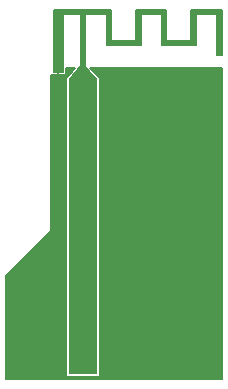
<source format=gtl>
%TF.GenerationSoftware,KiCad,Pcbnew,4.0.5*%
%TF.CreationDate,2017-02-24T13:12:52-08:00*%
%TF.ProjectId,mifa_01,6D6966615F30312E6B696361645F7063,rev?*%
%TF.FileFunction,Copper,L1,Top,Signal*%
%FSLAX46Y46*%
G04 Gerber Fmt 4.6, Leading zero omitted, Abs format (unit mm)*
G04 Created by KiCad (PCBNEW 4.0.5) date 02/24/17 13:12:52*
%MOMM*%
%LPD*%
G01*
G04 APERTURE LIST*
%ADD10C,0.020000*%
%ADD11R,2.290000X5.080000*%
%ADD12R,2.420000X5.080000*%
%ADD13C,0.970000*%
%ADD14R,0.460000X0.890000*%
%ADD15C,0.304800*%
%ADD16C,0.127000*%
G04 APERTURE END LIST*
D10*
D11*
X150876000Y-123132000D03*
D12*
X146496000Y-123132000D03*
X155256000Y-123132000D03*
D13*
X146496000Y-119692000D03*
X155256000Y-119692000D03*
D14*
X146496000Y-120142000D03*
X155256000Y-120142000D03*
D15*
X148780500Y-99961700D03*
D16*
X153276300Y-94869000D02*
X148399500Y-94869000D01*
X157949900Y-94869000D02*
X155384500Y-94869000D01*
X162623500Y-94869000D02*
X160058100Y-94869000D01*
X153276300Y-94945200D02*
X148399500Y-94945200D01*
X157949900Y-94945200D02*
X155384500Y-94945200D01*
X162623500Y-94945200D02*
X160058100Y-94945200D01*
X153276300Y-95021400D02*
X148399500Y-95021400D01*
X157949900Y-95021400D02*
X155384500Y-95021400D01*
X162623500Y-95021400D02*
X160058100Y-95021400D01*
X153276300Y-95097600D02*
X148399500Y-95097600D01*
X157949900Y-95097600D02*
X155384500Y-95097600D01*
X162623500Y-95097600D02*
X160058100Y-95097600D01*
X153276300Y-95173800D02*
X148399500Y-95173800D01*
X157949900Y-95173800D02*
X155384500Y-95173800D01*
X162623500Y-95173800D02*
X160058100Y-95173800D01*
X149225000Y-95250000D02*
X148399500Y-95250000D01*
X151130000Y-95250000D02*
X150622000Y-95250000D01*
X153276300Y-95250000D02*
X152831800Y-95250000D01*
X155829000Y-95250000D02*
X155384500Y-95250000D01*
X157949900Y-95250000D02*
X157505400Y-95250000D01*
X160502600Y-95250000D02*
X160058100Y-95250000D01*
X162623500Y-95250000D02*
X162179000Y-95250000D01*
X149161500Y-95326200D02*
X148399500Y-95326200D01*
X151066500Y-95326200D02*
X150685500Y-95326200D01*
X153276300Y-95326200D02*
X152895300Y-95326200D01*
X155765500Y-95326200D02*
X155384500Y-95326200D01*
X157949900Y-95326200D02*
X157568900Y-95326200D01*
X160439100Y-95326200D02*
X160058100Y-95326200D01*
X162623500Y-95326200D02*
X162242500Y-95326200D01*
X149161500Y-95402400D02*
X148399500Y-95402400D01*
X151066500Y-95402400D02*
X150685500Y-95402400D01*
X153276300Y-95402400D02*
X152895300Y-95402400D01*
X155765500Y-95402400D02*
X155384500Y-95402400D01*
X157949900Y-95402400D02*
X157568900Y-95402400D01*
X160439100Y-95402400D02*
X160058100Y-95402400D01*
X162623500Y-95402400D02*
X162242500Y-95402400D01*
X149161500Y-95478600D02*
X148399500Y-95478600D01*
X151066500Y-95478600D02*
X150685500Y-95478600D01*
X153276300Y-95478600D02*
X152895300Y-95478600D01*
X155765500Y-95478600D02*
X155384500Y-95478600D01*
X157949900Y-95478600D02*
X157568900Y-95478600D01*
X160439100Y-95478600D02*
X160058100Y-95478600D01*
X162623500Y-95478600D02*
X162242500Y-95478600D01*
X149161500Y-95554800D02*
X148399500Y-95554800D01*
X151066500Y-95554800D02*
X150685500Y-95554800D01*
X153276300Y-95554800D02*
X152895300Y-95554800D01*
X155765500Y-95554800D02*
X155384500Y-95554800D01*
X157949900Y-95554800D02*
X157568900Y-95554800D01*
X160439100Y-95554800D02*
X160058100Y-95554800D01*
X162623500Y-95554800D02*
X162242500Y-95554800D01*
X149161500Y-95631000D02*
X148399500Y-95631000D01*
X151066500Y-95631000D02*
X150685500Y-95631000D01*
X153276300Y-95631000D02*
X152895300Y-95631000D01*
X155765500Y-95631000D02*
X155384500Y-95631000D01*
X157949900Y-95631000D02*
X157568900Y-95631000D01*
X160439100Y-95631000D02*
X160058100Y-95631000D01*
X162623500Y-95631000D02*
X162242500Y-95631000D01*
X149161500Y-95707200D02*
X148399500Y-95707200D01*
X151066500Y-95707200D02*
X150685500Y-95707200D01*
X153276300Y-95707200D02*
X152895300Y-95707200D01*
X155765500Y-95707200D02*
X155384500Y-95707200D01*
X157949900Y-95707200D02*
X157568900Y-95707200D01*
X160439100Y-95707200D02*
X160058100Y-95707200D01*
X162623500Y-95707200D02*
X162242500Y-95707200D01*
X149161500Y-95783400D02*
X148399500Y-95783400D01*
X151066500Y-95783400D02*
X150685500Y-95783400D01*
X153276300Y-95783400D02*
X152895300Y-95783400D01*
X155765500Y-95783400D02*
X155384500Y-95783400D01*
X157949900Y-95783400D02*
X157568900Y-95783400D01*
X160439100Y-95783400D02*
X160058100Y-95783400D01*
X162623500Y-95783400D02*
X162242500Y-95783400D01*
X149161500Y-95859600D02*
X148399500Y-95859600D01*
X151066500Y-95859600D02*
X150685500Y-95859600D01*
X153276300Y-95859600D02*
X152895300Y-95859600D01*
X155765500Y-95859600D02*
X155384500Y-95859600D01*
X157949900Y-95859600D02*
X157568900Y-95859600D01*
X160439100Y-95859600D02*
X160058100Y-95859600D01*
X162623500Y-95859600D02*
X162242500Y-95859600D01*
X149161500Y-95935800D02*
X148399500Y-95935800D01*
X151066500Y-95935800D02*
X150685500Y-95935800D01*
X153276300Y-95935800D02*
X152895300Y-95935800D01*
X155765500Y-95935800D02*
X155384500Y-95935800D01*
X157949900Y-95935800D02*
X157568900Y-95935800D01*
X160439100Y-95935800D02*
X160058100Y-95935800D01*
X162623500Y-95935800D02*
X162242500Y-95935800D01*
X149161500Y-96012000D02*
X148399500Y-96012000D01*
X151066500Y-96012000D02*
X150685500Y-96012000D01*
X153276300Y-96012000D02*
X152895300Y-96012000D01*
X155765500Y-96012000D02*
X155384500Y-96012000D01*
X157949900Y-96012000D02*
X157568900Y-96012000D01*
X160439100Y-96012000D02*
X160058100Y-96012000D01*
X162623500Y-96012000D02*
X162242500Y-96012000D01*
X149161500Y-96088200D02*
X148399500Y-96088200D01*
X151066500Y-96088200D02*
X150685500Y-96088200D01*
X153276300Y-96088200D02*
X152895300Y-96088200D01*
X155765500Y-96088200D02*
X155384500Y-96088200D01*
X157949900Y-96088200D02*
X157568900Y-96088200D01*
X160439100Y-96088200D02*
X160058100Y-96088200D01*
X162623500Y-96088200D02*
X162242500Y-96088200D01*
X149161500Y-96164400D02*
X148399500Y-96164400D01*
X151066500Y-96164400D02*
X150685500Y-96164400D01*
X153276300Y-96164400D02*
X152895300Y-96164400D01*
X155765500Y-96164400D02*
X155384500Y-96164400D01*
X157949900Y-96164400D02*
X157568900Y-96164400D01*
X160439100Y-96164400D02*
X160058100Y-96164400D01*
X162623500Y-96164400D02*
X162242500Y-96164400D01*
X149161500Y-96240600D02*
X148399500Y-96240600D01*
X151066500Y-96240600D02*
X150685500Y-96240600D01*
X153276300Y-96240600D02*
X152895300Y-96240600D01*
X155765500Y-96240600D02*
X155384500Y-96240600D01*
X157949900Y-96240600D02*
X157568900Y-96240600D01*
X160439100Y-96240600D02*
X160058100Y-96240600D01*
X162623500Y-96240600D02*
X162242500Y-96240600D01*
X149161500Y-96316800D02*
X148399500Y-96316800D01*
X151066500Y-96316800D02*
X150685500Y-96316800D01*
X153276300Y-96316800D02*
X152895300Y-96316800D01*
X155765500Y-96316800D02*
X155384500Y-96316800D01*
X157949900Y-96316800D02*
X157568900Y-96316800D01*
X160439100Y-96316800D02*
X160058100Y-96316800D01*
X162623500Y-96316800D02*
X162242500Y-96316800D01*
X149161500Y-96393000D02*
X148399500Y-96393000D01*
X151066500Y-96393000D02*
X150685500Y-96393000D01*
X153276300Y-96393000D02*
X152895300Y-96393000D01*
X155765500Y-96393000D02*
X155384500Y-96393000D01*
X157949900Y-96393000D02*
X157568900Y-96393000D01*
X160439100Y-96393000D02*
X160058100Y-96393000D01*
X162623500Y-96393000D02*
X162242500Y-96393000D01*
X149161500Y-96469200D02*
X148399500Y-96469200D01*
X151066500Y-96469200D02*
X150685500Y-96469200D01*
X153276300Y-96469200D02*
X152895300Y-96469200D01*
X155765500Y-96469200D02*
X155384500Y-96469200D01*
X157949900Y-96469200D02*
X157568900Y-96469200D01*
X160439100Y-96469200D02*
X160058100Y-96469200D01*
X162623500Y-96469200D02*
X162242500Y-96469200D01*
X149161500Y-96545400D02*
X148399500Y-96545400D01*
X151066500Y-96545400D02*
X150685500Y-96545400D01*
X153276300Y-96545400D02*
X152895300Y-96545400D01*
X155765500Y-96545400D02*
X155384500Y-96545400D01*
X157949900Y-96545400D02*
X157568900Y-96545400D01*
X160439100Y-96545400D02*
X160058100Y-96545400D01*
X162623500Y-96545400D02*
X162242500Y-96545400D01*
X149161500Y-96621600D02*
X148399500Y-96621600D01*
X151066500Y-96621600D02*
X150685500Y-96621600D01*
X153276300Y-96621600D02*
X152895300Y-96621600D01*
X155765500Y-96621600D02*
X155384500Y-96621600D01*
X157949900Y-96621600D02*
X157568900Y-96621600D01*
X160439100Y-96621600D02*
X160058100Y-96621600D01*
X162623500Y-96621600D02*
X162242500Y-96621600D01*
X149161500Y-96697800D02*
X148399500Y-96697800D01*
X151066500Y-96697800D02*
X150685500Y-96697800D01*
X153276300Y-96697800D02*
X152895300Y-96697800D01*
X155765500Y-96697800D02*
X155384500Y-96697800D01*
X157949900Y-96697800D02*
X157568900Y-96697800D01*
X160439100Y-96697800D02*
X160058100Y-96697800D01*
X162623500Y-96697800D02*
X162242500Y-96697800D01*
X149161500Y-96774000D02*
X148399500Y-96774000D01*
X151066500Y-96774000D02*
X150685500Y-96774000D01*
X153276300Y-96774000D02*
X152895300Y-96774000D01*
X155765500Y-96774000D02*
X155384500Y-96774000D01*
X157949900Y-96774000D02*
X157568900Y-96774000D01*
X160439100Y-96774000D02*
X160058100Y-96774000D01*
X162623500Y-96774000D02*
X162242500Y-96774000D01*
X149161500Y-96850200D02*
X148399500Y-96850200D01*
X151066500Y-96850200D02*
X150685500Y-96850200D01*
X153276300Y-96850200D02*
X152895300Y-96850200D01*
X155765500Y-96850200D02*
X155384500Y-96850200D01*
X157949900Y-96850200D02*
X157568900Y-96850200D01*
X160439100Y-96850200D02*
X160058100Y-96850200D01*
X162623500Y-96850200D02*
X162242500Y-96850200D01*
X149161500Y-96926400D02*
X148399500Y-96926400D01*
X151066500Y-96926400D02*
X150685500Y-96926400D01*
X153276300Y-96926400D02*
X152895300Y-96926400D01*
X155765500Y-96926400D02*
X155384500Y-96926400D01*
X157949900Y-96926400D02*
X157568900Y-96926400D01*
X160439100Y-96926400D02*
X160058100Y-96926400D01*
X162623500Y-96926400D02*
X162242500Y-96926400D01*
X149161500Y-97002600D02*
X148399500Y-97002600D01*
X151066500Y-97002600D02*
X150685500Y-97002600D01*
X153276300Y-97002600D02*
X152895300Y-97002600D01*
X155765500Y-97002600D02*
X155384500Y-97002600D01*
X157949900Y-97002600D02*
X157568900Y-97002600D01*
X160439100Y-97002600D02*
X160058100Y-97002600D01*
X162623500Y-97002600D02*
X162242500Y-97002600D01*
X149161500Y-97078800D02*
X148399500Y-97078800D01*
X151066500Y-97078800D02*
X150685500Y-97078800D01*
X153276300Y-97078800D02*
X152895300Y-97078800D01*
X155765500Y-97078800D02*
X155384500Y-97078800D01*
X157949900Y-97078800D02*
X157568900Y-97078800D01*
X160439100Y-97078800D02*
X160058100Y-97078800D01*
X162623500Y-97078800D02*
X162242500Y-97078800D01*
X149161500Y-97155000D02*
X148399500Y-97155000D01*
X151066500Y-97155000D02*
X150685500Y-97155000D01*
X153276300Y-97155000D02*
X152895300Y-97155000D01*
X155765500Y-97155000D02*
X155384500Y-97155000D01*
X157949900Y-97155000D02*
X157568900Y-97155000D01*
X160439100Y-97155000D02*
X160058100Y-97155000D01*
X162623500Y-97155000D02*
X162242500Y-97155000D01*
X149161500Y-97231200D02*
X148399500Y-97231200D01*
X151066500Y-97231200D02*
X150685500Y-97231200D01*
X153276300Y-97231200D02*
X152895300Y-97231200D01*
X155765500Y-97231200D02*
X155384500Y-97231200D01*
X157949900Y-97231200D02*
X157568900Y-97231200D01*
X160439100Y-97231200D02*
X160058100Y-97231200D01*
X162623500Y-97231200D02*
X162242500Y-97231200D01*
X149161500Y-97307400D02*
X148399500Y-97307400D01*
X151066500Y-97307400D02*
X150685500Y-97307400D01*
X153276300Y-97307400D02*
X152895300Y-97307400D01*
X155765500Y-97307400D02*
X155384500Y-97307400D01*
X157949900Y-97307400D02*
X157568900Y-97307400D01*
X160439100Y-97307400D02*
X160058100Y-97307400D01*
X162623500Y-97307400D02*
X162242500Y-97307400D01*
X149161500Y-97383600D02*
X148399500Y-97383600D01*
X151066500Y-97383600D02*
X150685500Y-97383600D01*
X153276300Y-97383600D02*
X152895300Y-97383600D01*
X155765500Y-97383600D02*
X155384500Y-97383600D01*
X157949900Y-97383600D02*
X157568900Y-97383600D01*
X160439100Y-97383600D02*
X160058100Y-97383600D01*
X162623500Y-97383600D02*
X162242500Y-97383600D01*
X149161500Y-97459800D02*
X148399500Y-97459800D01*
X151066500Y-97459800D02*
X150685500Y-97459800D01*
X153278871Y-97459800D02*
X152895300Y-97459800D01*
X155765500Y-97459800D02*
X155382110Y-97459800D01*
X157952471Y-97459800D02*
X157568900Y-97459800D01*
X160439100Y-97459800D02*
X160055710Y-97459800D01*
X162623500Y-97459800D02*
X162242500Y-97459800D01*
X149161500Y-97536000D02*
X148399500Y-97536000D01*
X151066500Y-97536000D02*
X150685500Y-97536000D01*
X155765500Y-97536000D02*
X152895300Y-97536000D01*
X160439100Y-97536000D02*
X157568900Y-97536000D01*
X162623500Y-97536000D02*
X162242500Y-97536000D01*
X149161500Y-97612200D02*
X148399500Y-97612200D01*
X151066500Y-97612200D02*
X150685500Y-97612200D01*
X155765500Y-97612200D02*
X152895300Y-97612200D01*
X160439100Y-97612200D02*
X157568900Y-97612200D01*
X162623500Y-97612200D02*
X162242500Y-97612200D01*
X149161500Y-97688400D02*
X148399500Y-97688400D01*
X151066500Y-97688400D02*
X150685500Y-97688400D01*
X155765500Y-97688400D02*
X152895300Y-97688400D01*
X160439100Y-97688400D02*
X157568900Y-97688400D01*
X162623500Y-97688400D02*
X162242500Y-97688400D01*
X149161500Y-97764600D02*
X148399500Y-97764600D01*
X151066500Y-97764600D02*
X150685500Y-97764600D01*
X155765500Y-97764600D02*
X152895300Y-97764600D01*
X160439100Y-97764600D02*
X157568900Y-97764600D01*
X162623500Y-97764600D02*
X162242500Y-97764600D01*
X149161500Y-97840800D02*
X148399500Y-97840800D01*
X151066500Y-97840800D02*
X150685500Y-97840800D01*
X155765500Y-97840800D02*
X152895300Y-97840800D01*
X160439100Y-97840800D02*
X157568900Y-97840800D01*
X162623500Y-97840800D02*
X162242500Y-97840800D01*
X149161500Y-97917000D02*
X148399500Y-97917000D01*
X151066500Y-97917000D02*
X150685500Y-97917000D01*
X162623500Y-97917000D02*
X162242500Y-97917000D01*
X149161500Y-97993200D02*
X148399500Y-97993200D01*
X151066500Y-97993200D02*
X150685500Y-97993200D01*
X162623500Y-97993200D02*
X162242500Y-97993200D01*
X149161500Y-98069400D02*
X148399500Y-98069400D01*
X151066500Y-98069400D02*
X150685500Y-98069400D01*
X162623500Y-98069400D02*
X162242500Y-98069400D01*
X149161500Y-98145600D02*
X148399500Y-98145600D01*
X151066500Y-98145600D02*
X150685500Y-98145600D01*
X162623500Y-98145600D02*
X162242500Y-98145600D01*
X149161500Y-98221800D02*
X148399500Y-98221800D01*
X151066500Y-98221800D02*
X150685500Y-98221800D01*
X162623500Y-98221800D02*
X162242500Y-98221800D01*
X149161500Y-98298000D02*
X148399500Y-98298000D01*
X151066500Y-98298000D02*
X150685500Y-98298000D01*
X162623500Y-98298000D02*
X162242500Y-98298000D01*
X149161500Y-98374200D02*
X148399500Y-98374200D01*
X151066500Y-98374200D02*
X150685500Y-98374200D01*
X162623500Y-98374200D02*
X162242500Y-98374200D01*
X149161500Y-98450400D02*
X148399500Y-98450400D01*
X151066500Y-98450400D02*
X150685500Y-98450400D01*
X162623500Y-98450400D02*
X162242500Y-98450400D01*
X149161500Y-98526600D02*
X148399500Y-98526600D01*
X151066500Y-98526600D02*
X150685500Y-98526600D01*
X162623500Y-98526600D02*
X162242500Y-98526600D01*
X149161500Y-98602800D02*
X148399500Y-98602800D01*
X151066500Y-98602800D02*
X150685500Y-98602800D01*
X162623500Y-98602800D02*
X162242500Y-98602800D01*
X149161500Y-98679000D02*
X148399500Y-98679000D01*
X151066500Y-98679000D02*
X150685500Y-98679000D01*
X149161500Y-98755200D02*
X148399500Y-98755200D01*
X151066500Y-98755200D02*
X150685500Y-98755200D01*
X149161500Y-98831400D02*
X148399500Y-98831400D01*
X151066500Y-98831400D02*
X150685500Y-98831400D01*
X149161500Y-98907600D02*
X148399500Y-98907600D01*
X151066500Y-98907600D02*
X150685500Y-98907600D01*
X149161500Y-98983800D02*
X148399500Y-98983800D01*
X151066500Y-98983800D02*
X150685500Y-98983800D01*
X149161500Y-99060000D02*
X148399500Y-99060000D01*
X151066500Y-99060000D02*
X150685500Y-99060000D01*
X149161500Y-99136200D02*
X148399500Y-99136200D01*
X151066500Y-99136200D02*
X150685500Y-99136200D01*
X149161500Y-99212400D02*
X148399500Y-99212400D01*
X151066500Y-99212400D02*
X150685500Y-99212400D01*
X149161500Y-99288600D02*
X148399500Y-99288600D01*
X151066500Y-99288600D02*
X150685500Y-99288600D01*
X149161500Y-99364800D02*
X148399500Y-99364800D01*
X151066500Y-99364800D02*
X150685500Y-99364800D01*
X149161500Y-99441000D02*
X148399500Y-99441000D01*
X151066500Y-99441000D02*
X150685500Y-99441000D01*
X149161500Y-99517200D02*
X148399500Y-99517200D01*
X151066500Y-99517200D02*
X150685500Y-99517200D01*
X149161500Y-99593400D02*
X148399500Y-99593400D01*
X151066500Y-99593400D02*
X150685500Y-99593400D01*
X149161500Y-99669600D02*
X148399500Y-99669600D01*
X151066500Y-99669600D02*
X150685500Y-99669600D01*
X149161500Y-99745800D02*
X148399500Y-99745800D01*
X151079886Y-99745800D02*
X150671911Y-99745800D01*
X149161500Y-99822000D02*
X148399500Y-99822000D01*
X150183611Y-99822000D02*
X149415500Y-99822000D01*
X151145635Y-99822000D02*
X150606364Y-99822000D01*
X162626040Y-99822000D02*
X151568390Y-99822000D01*
X149161500Y-99898200D02*
X148399500Y-99898200D01*
X150116936Y-99898200D02*
X149415500Y-99898200D01*
X151212310Y-99898200D02*
X150539689Y-99898200D01*
X162626040Y-99898200D02*
X151635065Y-99898200D01*
X149161500Y-99974400D02*
X148399500Y-99974400D01*
X150050261Y-99974400D02*
X149415500Y-99974400D01*
X151278985Y-99974400D02*
X150473014Y-99974400D01*
X162626040Y-99974400D02*
X151701740Y-99974400D01*
X149161500Y-100050600D02*
X148399500Y-100050600D01*
X149983586Y-100050600D02*
X149415500Y-100050600D01*
X151345660Y-100050600D02*
X150406339Y-100050600D01*
X162626040Y-100050600D02*
X151768415Y-100050600D01*
X149161500Y-100126800D02*
X148399500Y-100126800D01*
X149916911Y-100126800D02*
X149415500Y-100126800D01*
X151412335Y-100126800D02*
X150339664Y-100126800D01*
X162626040Y-100126800D02*
X151835090Y-100126800D01*
X148795590Y-100203000D02*
X148765229Y-100203000D01*
X149850236Y-100203000D02*
X149415500Y-100203000D01*
X151479010Y-100203000D02*
X150272989Y-100203000D01*
X162626040Y-100203000D02*
X151901765Y-100203000D01*
X148793200Y-100279200D02*
X148767800Y-100279200D01*
X149783561Y-100279200D02*
X149415500Y-100279200D01*
X151545685Y-100279200D02*
X150206314Y-100279200D01*
X162626040Y-100279200D02*
X151968440Y-100279200D01*
X148795771Y-100355400D02*
X148765410Y-100355400D01*
X149716886Y-100355400D02*
X149413110Y-100355400D01*
X151612360Y-100355400D02*
X150139639Y-100355400D01*
X162626040Y-100355400D02*
X152035115Y-100355400D01*
X149650211Y-100431600D02*
X148195500Y-100431600D01*
X151679035Y-100431600D02*
X150072964Y-100431600D01*
X162626040Y-100431600D02*
X152101790Y-100431600D01*
X149583536Y-100507800D02*
X148195500Y-100507800D01*
X151745710Y-100507800D02*
X150006289Y-100507800D01*
X162626040Y-100507800D02*
X152168465Y-100507800D01*
X149516861Y-100584000D02*
X148195500Y-100584000D01*
X151812385Y-100584000D02*
X149939614Y-100584000D01*
X162626040Y-100584000D02*
X152235140Y-100584000D01*
X149450186Y-100660200D02*
X148195500Y-100660200D01*
X151879060Y-100660200D02*
X149872939Y-100660200D01*
X162626040Y-100660200D02*
X152301815Y-100660200D01*
X149415500Y-100736400D02*
X148195500Y-100736400D01*
X151945735Y-100736400D02*
X149806264Y-100736400D01*
X162626040Y-100736400D02*
X152336500Y-100736400D01*
X149415500Y-100812600D02*
X148195500Y-100812600D01*
X151955500Y-100812600D02*
X149796500Y-100812600D01*
X162626040Y-100812600D02*
X152336500Y-100812600D01*
X149415500Y-100888800D02*
X148195500Y-100888800D01*
X151955500Y-100888800D02*
X149796500Y-100888800D01*
X162626040Y-100888800D02*
X152336500Y-100888800D01*
X149415500Y-100965000D02*
X148195500Y-100965000D01*
X151955500Y-100965000D02*
X149796500Y-100965000D01*
X162626040Y-100965000D02*
X152336500Y-100965000D01*
X149415500Y-101041200D02*
X148195500Y-101041200D01*
X151955500Y-101041200D02*
X149796500Y-101041200D01*
X162626040Y-101041200D02*
X152336500Y-101041200D01*
X149415500Y-101117400D02*
X148195500Y-101117400D01*
X151955500Y-101117400D02*
X149796500Y-101117400D01*
X162626040Y-101117400D02*
X152336500Y-101117400D01*
X149415500Y-101193600D02*
X148195500Y-101193600D01*
X151955500Y-101193600D02*
X149796500Y-101193600D01*
X162626040Y-101193600D02*
X152336500Y-101193600D01*
X149415500Y-101269800D02*
X148195500Y-101269800D01*
X151955500Y-101269800D02*
X149796500Y-101269800D01*
X162626040Y-101269800D02*
X152336500Y-101269800D01*
X149415500Y-101346000D02*
X148195500Y-101346000D01*
X151955500Y-101346000D02*
X149796500Y-101346000D01*
X162626040Y-101346000D02*
X152336500Y-101346000D01*
X149415500Y-101422200D02*
X148195500Y-101422200D01*
X151955500Y-101422200D02*
X149796500Y-101422200D01*
X162626040Y-101422200D02*
X152336500Y-101422200D01*
X149415500Y-101498400D02*
X148195500Y-101498400D01*
X151955500Y-101498400D02*
X149796500Y-101498400D01*
X162626040Y-101498400D02*
X152336500Y-101498400D01*
X149415500Y-101574600D02*
X148195500Y-101574600D01*
X151955500Y-101574600D02*
X149796500Y-101574600D01*
X162626040Y-101574600D02*
X152336500Y-101574600D01*
X149415500Y-101650800D02*
X148195500Y-101650800D01*
X151955500Y-101650800D02*
X149796500Y-101650800D01*
X162626040Y-101650800D02*
X152336500Y-101650800D01*
X149415500Y-101727000D02*
X148195500Y-101727000D01*
X151955500Y-101727000D02*
X149796500Y-101727000D01*
X162626040Y-101727000D02*
X152336500Y-101727000D01*
X149415500Y-101803200D02*
X148195500Y-101803200D01*
X151955500Y-101803200D02*
X149796500Y-101803200D01*
X162626040Y-101803200D02*
X152336500Y-101803200D01*
X149415500Y-101879400D02*
X148195500Y-101879400D01*
X151955500Y-101879400D02*
X149796500Y-101879400D01*
X162626040Y-101879400D02*
X152336500Y-101879400D01*
X149415500Y-101955600D02*
X148195500Y-101955600D01*
X151955500Y-101955600D02*
X149796500Y-101955600D01*
X162626040Y-101955600D02*
X152336500Y-101955600D01*
X149415500Y-102031800D02*
X148195500Y-102031800D01*
X151955500Y-102031800D02*
X149796500Y-102031800D01*
X162626040Y-102031800D02*
X152336500Y-102031800D01*
X149415500Y-102108000D02*
X148195500Y-102108000D01*
X151955500Y-102108000D02*
X149796500Y-102108000D01*
X162626040Y-102108000D02*
X152336500Y-102108000D01*
X149415500Y-102184200D02*
X148195500Y-102184200D01*
X151955500Y-102184200D02*
X149796500Y-102184200D01*
X162626040Y-102184200D02*
X152336500Y-102184200D01*
X149415500Y-102260400D02*
X148195500Y-102260400D01*
X151955500Y-102260400D02*
X149796500Y-102260400D01*
X162626040Y-102260400D02*
X152336500Y-102260400D01*
X149415500Y-102336600D02*
X148195500Y-102336600D01*
X151955500Y-102336600D02*
X149796500Y-102336600D01*
X162626040Y-102336600D02*
X152336500Y-102336600D01*
X149415500Y-102412800D02*
X148195500Y-102412800D01*
X151955500Y-102412800D02*
X149796500Y-102412800D01*
X162626040Y-102412800D02*
X152336500Y-102412800D01*
X149415500Y-102489000D02*
X148195500Y-102489000D01*
X151955500Y-102489000D02*
X149796500Y-102489000D01*
X162626040Y-102489000D02*
X152336500Y-102489000D01*
X149415500Y-102565200D02*
X148195500Y-102565200D01*
X151955500Y-102565200D02*
X149796500Y-102565200D01*
X162626040Y-102565200D02*
X152336500Y-102565200D01*
X149415500Y-102641400D02*
X148195500Y-102641400D01*
X151955500Y-102641400D02*
X149796500Y-102641400D01*
X162626040Y-102641400D02*
X152336500Y-102641400D01*
X149415500Y-102717600D02*
X148195500Y-102717600D01*
X151955500Y-102717600D02*
X149796500Y-102717600D01*
X162626040Y-102717600D02*
X152336500Y-102717600D01*
X149415500Y-102793800D02*
X148195500Y-102793800D01*
X151955500Y-102793800D02*
X149796500Y-102793800D01*
X162626040Y-102793800D02*
X152336500Y-102793800D01*
X149415500Y-102870000D02*
X148195500Y-102870000D01*
X151955500Y-102870000D02*
X149796500Y-102870000D01*
X162626040Y-102870000D02*
X152336500Y-102870000D01*
X149415500Y-102946200D02*
X148195500Y-102946200D01*
X151955500Y-102946200D02*
X149796500Y-102946200D01*
X162626040Y-102946200D02*
X152336500Y-102946200D01*
X149415500Y-103022400D02*
X148195500Y-103022400D01*
X151955500Y-103022400D02*
X149796500Y-103022400D01*
X162626040Y-103022400D02*
X152336500Y-103022400D01*
X149415500Y-103098600D02*
X148195500Y-103098600D01*
X151955500Y-103098600D02*
X149796500Y-103098600D01*
X162626040Y-103098600D02*
X152336500Y-103098600D01*
X149415500Y-103174800D02*
X148195500Y-103174800D01*
X151955500Y-103174800D02*
X149796500Y-103174800D01*
X162626040Y-103174800D02*
X152336500Y-103174800D01*
X149415500Y-103251000D02*
X148195500Y-103251000D01*
X151955500Y-103251000D02*
X149796500Y-103251000D01*
X162626040Y-103251000D02*
X152336500Y-103251000D01*
X149415500Y-103327200D02*
X148195500Y-103327200D01*
X151955500Y-103327200D02*
X149796500Y-103327200D01*
X162626040Y-103327200D02*
X152336500Y-103327200D01*
X149415500Y-103403400D02*
X148195500Y-103403400D01*
X151955500Y-103403400D02*
X149796500Y-103403400D01*
X162626040Y-103403400D02*
X152336500Y-103403400D01*
X149415500Y-103479600D02*
X148195500Y-103479600D01*
X151955500Y-103479600D02*
X149796500Y-103479600D01*
X162626040Y-103479600D02*
X152336500Y-103479600D01*
X149415500Y-103555800D02*
X148195500Y-103555800D01*
X151955500Y-103555800D02*
X149796500Y-103555800D01*
X162626040Y-103555800D02*
X152336500Y-103555800D01*
X149415500Y-103632000D02*
X148195500Y-103632000D01*
X151955500Y-103632000D02*
X149796500Y-103632000D01*
X162626040Y-103632000D02*
X152336500Y-103632000D01*
X149415500Y-103708200D02*
X148195500Y-103708200D01*
X151955500Y-103708200D02*
X149796500Y-103708200D01*
X162626040Y-103708200D02*
X152336500Y-103708200D01*
X149415500Y-103784400D02*
X148195500Y-103784400D01*
X151955500Y-103784400D02*
X149796500Y-103784400D01*
X162626040Y-103784400D02*
X152336500Y-103784400D01*
X149415500Y-103860600D02*
X148195500Y-103860600D01*
X151955500Y-103860600D02*
X149796500Y-103860600D01*
X162626040Y-103860600D02*
X152336500Y-103860600D01*
X149415500Y-103936800D02*
X148195500Y-103936800D01*
X151955500Y-103936800D02*
X149796500Y-103936800D01*
X162626040Y-103936800D02*
X152336500Y-103936800D01*
X149415500Y-104013000D02*
X148195500Y-104013000D01*
X151955500Y-104013000D02*
X149796500Y-104013000D01*
X162626040Y-104013000D02*
X152336500Y-104013000D01*
X149415500Y-104089200D02*
X148195500Y-104089200D01*
X151955500Y-104089200D02*
X149796500Y-104089200D01*
X162626040Y-104089200D02*
X152336500Y-104089200D01*
X149415500Y-104165400D02*
X148195500Y-104165400D01*
X151955500Y-104165400D02*
X149796500Y-104165400D01*
X162626040Y-104165400D02*
X152336500Y-104165400D01*
X149415500Y-104241600D02*
X148195500Y-104241600D01*
X151955500Y-104241600D02*
X149796500Y-104241600D01*
X162626040Y-104241600D02*
X152336500Y-104241600D01*
X149415500Y-104317800D02*
X148195500Y-104317800D01*
X151955500Y-104317800D02*
X149796500Y-104317800D01*
X162626040Y-104317800D02*
X152336500Y-104317800D01*
X149415500Y-104394000D02*
X148195500Y-104394000D01*
X151955500Y-104394000D02*
X149796500Y-104394000D01*
X162626040Y-104394000D02*
X152336500Y-104394000D01*
X149415500Y-104470200D02*
X148195500Y-104470200D01*
X151955500Y-104470200D02*
X149796500Y-104470200D01*
X162626040Y-104470200D02*
X152336500Y-104470200D01*
X149415500Y-104546400D02*
X148195500Y-104546400D01*
X151955500Y-104546400D02*
X149796500Y-104546400D01*
X162626040Y-104546400D02*
X152336500Y-104546400D01*
X149415500Y-104622600D02*
X148195500Y-104622600D01*
X151955500Y-104622600D02*
X149796500Y-104622600D01*
X162626040Y-104622600D02*
X152336500Y-104622600D01*
X149415500Y-104698800D02*
X148195500Y-104698800D01*
X151955500Y-104698800D02*
X149796500Y-104698800D01*
X162626040Y-104698800D02*
X152336500Y-104698800D01*
X149415500Y-104775000D02*
X148195500Y-104775000D01*
X151955500Y-104775000D02*
X149796500Y-104775000D01*
X162626040Y-104775000D02*
X152336500Y-104775000D01*
X149415500Y-104851200D02*
X148195500Y-104851200D01*
X151955500Y-104851200D02*
X149796500Y-104851200D01*
X162626040Y-104851200D02*
X152336500Y-104851200D01*
X149415500Y-104927400D02*
X148195500Y-104927400D01*
X151955500Y-104927400D02*
X149796500Y-104927400D01*
X162626040Y-104927400D02*
X152336500Y-104927400D01*
X149415500Y-105003600D02*
X148195500Y-105003600D01*
X151955500Y-105003600D02*
X149796500Y-105003600D01*
X162626040Y-105003600D02*
X152336500Y-105003600D01*
X149415500Y-105079800D02*
X148195500Y-105079800D01*
X151955500Y-105079800D02*
X149796500Y-105079800D01*
X162626040Y-105079800D02*
X152336500Y-105079800D01*
X149415500Y-105156000D02*
X148195500Y-105156000D01*
X151955500Y-105156000D02*
X149796500Y-105156000D01*
X162626040Y-105156000D02*
X152336500Y-105156000D01*
X149415500Y-105232200D02*
X148195500Y-105232200D01*
X151955500Y-105232200D02*
X149796500Y-105232200D01*
X162626040Y-105232200D02*
X152336500Y-105232200D01*
X149415500Y-105308400D02*
X148195500Y-105308400D01*
X151955500Y-105308400D02*
X149796500Y-105308400D01*
X162626040Y-105308400D02*
X152336500Y-105308400D01*
X149415500Y-105384600D02*
X148195500Y-105384600D01*
X151955500Y-105384600D02*
X149796500Y-105384600D01*
X162626040Y-105384600D02*
X152336500Y-105384600D01*
X149415500Y-105460800D02*
X148195500Y-105460800D01*
X151955500Y-105460800D02*
X149796500Y-105460800D01*
X162626040Y-105460800D02*
X152336500Y-105460800D01*
X149415500Y-105537000D02*
X148195500Y-105537000D01*
X151955500Y-105537000D02*
X149796500Y-105537000D01*
X162626040Y-105537000D02*
X152336500Y-105537000D01*
X149415500Y-105613200D02*
X148195500Y-105613200D01*
X151955500Y-105613200D02*
X149796500Y-105613200D01*
X162626040Y-105613200D02*
X152336500Y-105613200D01*
X149415500Y-105689400D02*
X148195500Y-105689400D01*
X151955500Y-105689400D02*
X149796500Y-105689400D01*
X162626040Y-105689400D02*
X152336500Y-105689400D01*
X149415500Y-105765600D02*
X148195500Y-105765600D01*
X151955500Y-105765600D02*
X149796500Y-105765600D01*
X162626040Y-105765600D02*
X152336500Y-105765600D01*
X149415500Y-105841800D02*
X148195500Y-105841800D01*
X151955500Y-105841800D02*
X149796500Y-105841800D01*
X162626040Y-105841800D02*
X152336500Y-105841800D01*
X149415500Y-105918000D02*
X148195500Y-105918000D01*
X151955500Y-105918000D02*
X149796500Y-105918000D01*
X162626040Y-105918000D02*
X152336500Y-105918000D01*
X149415500Y-105994200D02*
X148195500Y-105994200D01*
X151955500Y-105994200D02*
X149796500Y-105994200D01*
X162626040Y-105994200D02*
X152336500Y-105994200D01*
X149415500Y-106070400D02*
X148195500Y-106070400D01*
X151955500Y-106070400D02*
X149796500Y-106070400D01*
X162626040Y-106070400D02*
X152336500Y-106070400D01*
X149415500Y-106146600D02*
X148195500Y-106146600D01*
X151955500Y-106146600D02*
X149796500Y-106146600D01*
X162626040Y-106146600D02*
X152336500Y-106146600D01*
X149415500Y-106222800D02*
X148195500Y-106222800D01*
X151955500Y-106222800D02*
X149796500Y-106222800D01*
X162626040Y-106222800D02*
X152336500Y-106222800D01*
X149415500Y-106299000D02*
X148195500Y-106299000D01*
X151955500Y-106299000D02*
X149796500Y-106299000D01*
X162626040Y-106299000D02*
X152336500Y-106299000D01*
X149415500Y-106375200D02*
X148195500Y-106375200D01*
X151955500Y-106375200D02*
X149796500Y-106375200D01*
X162626040Y-106375200D02*
X152336500Y-106375200D01*
X149415500Y-106451400D02*
X148195500Y-106451400D01*
X151955500Y-106451400D02*
X149796500Y-106451400D01*
X162626040Y-106451400D02*
X152336500Y-106451400D01*
X149415500Y-106527600D02*
X148195500Y-106527600D01*
X151955500Y-106527600D02*
X149796500Y-106527600D01*
X162626040Y-106527600D02*
X152336500Y-106527600D01*
X149415500Y-106603800D02*
X148195500Y-106603800D01*
X151955500Y-106603800D02*
X149796500Y-106603800D01*
X162626040Y-106603800D02*
X152336500Y-106603800D01*
X149415500Y-106680000D02*
X148195500Y-106680000D01*
X151955500Y-106680000D02*
X149796500Y-106680000D01*
X162626040Y-106680000D02*
X152336500Y-106680000D01*
X149415500Y-106756200D02*
X148195500Y-106756200D01*
X151955500Y-106756200D02*
X149796500Y-106756200D01*
X162626040Y-106756200D02*
X152336500Y-106756200D01*
X149415500Y-106832400D02*
X148195500Y-106832400D01*
X151955500Y-106832400D02*
X149796500Y-106832400D01*
X162626040Y-106832400D02*
X152336500Y-106832400D01*
X149415500Y-106908600D02*
X148195500Y-106908600D01*
X151955500Y-106908600D02*
X149796500Y-106908600D01*
X162626040Y-106908600D02*
X152336500Y-106908600D01*
X149415500Y-106984800D02*
X148195500Y-106984800D01*
X151955500Y-106984800D02*
X149796500Y-106984800D01*
X162626040Y-106984800D02*
X152336500Y-106984800D01*
X149415500Y-107061000D02*
X148195500Y-107061000D01*
X151955500Y-107061000D02*
X149796500Y-107061000D01*
X162626040Y-107061000D02*
X152336500Y-107061000D01*
X149415500Y-107137200D02*
X148195500Y-107137200D01*
X151955500Y-107137200D02*
X149796500Y-107137200D01*
X162626040Y-107137200D02*
X152336500Y-107137200D01*
X149415500Y-107213400D02*
X148195500Y-107213400D01*
X151955500Y-107213400D02*
X149796500Y-107213400D01*
X162626040Y-107213400D02*
X152336500Y-107213400D01*
X149415500Y-107289600D02*
X148195500Y-107289600D01*
X151955500Y-107289600D02*
X149796500Y-107289600D01*
X162626040Y-107289600D02*
X152336500Y-107289600D01*
X149415500Y-107365800D02*
X148195500Y-107365800D01*
X151955500Y-107365800D02*
X149796500Y-107365800D01*
X162626040Y-107365800D02*
X152336500Y-107365800D01*
X149415500Y-107442000D02*
X148195500Y-107442000D01*
X151955500Y-107442000D02*
X149796500Y-107442000D01*
X162626040Y-107442000D02*
X152336500Y-107442000D01*
X149415500Y-107518200D02*
X148195500Y-107518200D01*
X151955500Y-107518200D02*
X149796500Y-107518200D01*
X162626040Y-107518200D02*
X152336500Y-107518200D01*
X149415500Y-107594400D02*
X148195500Y-107594400D01*
X151955500Y-107594400D02*
X149796500Y-107594400D01*
X162626040Y-107594400D02*
X152336500Y-107594400D01*
X149415500Y-107670600D02*
X148195500Y-107670600D01*
X151955500Y-107670600D02*
X149796500Y-107670600D01*
X162626040Y-107670600D02*
X152336500Y-107670600D01*
X149415500Y-107746800D02*
X148195500Y-107746800D01*
X151955500Y-107746800D02*
X149796500Y-107746800D01*
X162626040Y-107746800D02*
X152336500Y-107746800D01*
X149415500Y-107823000D02*
X148195500Y-107823000D01*
X151955500Y-107823000D02*
X149796500Y-107823000D01*
X162626040Y-107823000D02*
X152336500Y-107823000D01*
X149415500Y-107899200D02*
X148195500Y-107899200D01*
X151955500Y-107899200D02*
X149796500Y-107899200D01*
X162626040Y-107899200D02*
X152336500Y-107899200D01*
X149415500Y-107975400D02*
X148195500Y-107975400D01*
X151955500Y-107975400D02*
X149796500Y-107975400D01*
X162626040Y-107975400D02*
X152336500Y-107975400D01*
X149415500Y-108051600D02*
X148195500Y-108051600D01*
X151955500Y-108051600D02*
X149796500Y-108051600D01*
X162626040Y-108051600D02*
X152336500Y-108051600D01*
X149415500Y-108127800D02*
X148195500Y-108127800D01*
X151955500Y-108127800D02*
X149796500Y-108127800D01*
X162626040Y-108127800D02*
X152336500Y-108127800D01*
X149415500Y-108204000D02*
X148195500Y-108204000D01*
X151955500Y-108204000D02*
X149796500Y-108204000D01*
X162626040Y-108204000D02*
X152336500Y-108204000D01*
X149415500Y-108280200D02*
X148195500Y-108280200D01*
X151955500Y-108280200D02*
X149796500Y-108280200D01*
X162626040Y-108280200D02*
X152336500Y-108280200D01*
X149415500Y-108356400D02*
X148195500Y-108356400D01*
X151955500Y-108356400D02*
X149796500Y-108356400D01*
X162626040Y-108356400D02*
X152336500Y-108356400D01*
X149415500Y-108432600D02*
X148195500Y-108432600D01*
X151955500Y-108432600D02*
X149796500Y-108432600D01*
X162626040Y-108432600D02*
X152336500Y-108432600D01*
X149415500Y-108508800D02*
X148195500Y-108508800D01*
X151955500Y-108508800D02*
X149796500Y-108508800D01*
X162626040Y-108508800D02*
X152336500Y-108508800D01*
X149415500Y-108585000D02*
X148195500Y-108585000D01*
X151955500Y-108585000D02*
X149796500Y-108585000D01*
X162626040Y-108585000D02*
X152336500Y-108585000D01*
X149415500Y-108661200D02*
X148195500Y-108661200D01*
X151955500Y-108661200D02*
X149796500Y-108661200D01*
X162626040Y-108661200D02*
X152336500Y-108661200D01*
X149415500Y-108737400D02*
X148195500Y-108737400D01*
X151955500Y-108737400D02*
X149796500Y-108737400D01*
X162626040Y-108737400D02*
X152336500Y-108737400D01*
X149415500Y-108813600D02*
X148195500Y-108813600D01*
X151955500Y-108813600D02*
X149796500Y-108813600D01*
X162626040Y-108813600D02*
X152336500Y-108813600D01*
X149415500Y-108889800D02*
X148195500Y-108889800D01*
X151955500Y-108889800D02*
X149796500Y-108889800D01*
X162626040Y-108889800D02*
X152336500Y-108889800D01*
X149415500Y-108966000D02*
X148195500Y-108966000D01*
X151955500Y-108966000D02*
X149796500Y-108966000D01*
X162626040Y-108966000D02*
X152336500Y-108966000D01*
X149415500Y-109042200D02*
X148195500Y-109042200D01*
X151955500Y-109042200D02*
X149796500Y-109042200D01*
X162626040Y-109042200D02*
X152336500Y-109042200D01*
X149415500Y-109118400D02*
X148195500Y-109118400D01*
X151955500Y-109118400D02*
X149796500Y-109118400D01*
X162626040Y-109118400D02*
X152336500Y-109118400D01*
X149415500Y-109194600D02*
X148195500Y-109194600D01*
X151955500Y-109194600D02*
X149796500Y-109194600D01*
X162626040Y-109194600D02*
X152336500Y-109194600D01*
X149415500Y-109270800D02*
X148195500Y-109270800D01*
X151955500Y-109270800D02*
X149796500Y-109270800D01*
X162626040Y-109270800D02*
X152336500Y-109270800D01*
X149415500Y-109347000D02*
X148195500Y-109347000D01*
X151955500Y-109347000D02*
X149796500Y-109347000D01*
X162626040Y-109347000D02*
X152336500Y-109347000D01*
X149415500Y-109423200D02*
X148195500Y-109423200D01*
X151955500Y-109423200D02*
X149796500Y-109423200D01*
X162626040Y-109423200D02*
X152336500Y-109423200D01*
X149415500Y-109499400D02*
X148195500Y-109499400D01*
X151955500Y-109499400D02*
X149796500Y-109499400D01*
X162626040Y-109499400D02*
X152336500Y-109499400D01*
X149415500Y-109575600D02*
X148195500Y-109575600D01*
X151955500Y-109575600D02*
X149796500Y-109575600D01*
X162626040Y-109575600D02*
X152336500Y-109575600D01*
X149415500Y-109651800D02*
X148195500Y-109651800D01*
X151955500Y-109651800D02*
X149796500Y-109651800D01*
X162626040Y-109651800D02*
X152336500Y-109651800D01*
X149415500Y-109728000D02*
X148195500Y-109728000D01*
X151955500Y-109728000D02*
X149796500Y-109728000D01*
X162626040Y-109728000D02*
X152336500Y-109728000D01*
X149415500Y-109804200D02*
X148195500Y-109804200D01*
X151955500Y-109804200D02*
X149796500Y-109804200D01*
X162626040Y-109804200D02*
X152336500Y-109804200D01*
X149415500Y-109880400D02*
X148195500Y-109880400D01*
X151955500Y-109880400D02*
X149796500Y-109880400D01*
X162626040Y-109880400D02*
X152336500Y-109880400D01*
X149415500Y-109956600D02*
X148195500Y-109956600D01*
X151955500Y-109956600D02*
X149796500Y-109956600D01*
X162626040Y-109956600D02*
X152336500Y-109956600D01*
X149415500Y-110032800D02*
X148195500Y-110032800D01*
X151955500Y-110032800D02*
X149796500Y-110032800D01*
X162626040Y-110032800D02*
X152336500Y-110032800D01*
X149415500Y-110109000D02*
X148195500Y-110109000D01*
X151955500Y-110109000D02*
X149796500Y-110109000D01*
X162626040Y-110109000D02*
X152336500Y-110109000D01*
X149415500Y-110185200D02*
X148195500Y-110185200D01*
X151955500Y-110185200D02*
X149796500Y-110185200D01*
X162626040Y-110185200D02*
X152336500Y-110185200D01*
X149415500Y-110261400D02*
X148195500Y-110261400D01*
X151955500Y-110261400D02*
X149796500Y-110261400D01*
X162626040Y-110261400D02*
X152336500Y-110261400D01*
X149415500Y-110337600D02*
X148195500Y-110337600D01*
X151955500Y-110337600D02*
X149796500Y-110337600D01*
X162626040Y-110337600D02*
X152336500Y-110337600D01*
X149415500Y-110413800D02*
X148195500Y-110413800D01*
X151955500Y-110413800D02*
X149796500Y-110413800D01*
X162626040Y-110413800D02*
X152336500Y-110413800D01*
X149415500Y-110490000D02*
X148195500Y-110490000D01*
X151955500Y-110490000D02*
X149796500Y-110490000D01*
X162626040Y-110490000D02*
X152336500Y-110490000D01*
X149415500Y-110566200D02*
X148195500Y-110566200D01*
X151955500Y-110566200D02*
X149796500Y-110566200D01*
X162626040Y-110566200D02*
X152336500Y-110566200D01*
X149415500Y-110642400D02*
X148195500Y-110642400D01*
X151955500Y-110642400D02*
X149796500Y-110642400D01*
X162626040Y-110642400D02*
X152336500Y-110642400D01*
X149415500Y-110718600D02*
X148195500Y-110718600D01*
X151955500Y-110718600D02*
X149796500Y-110718600D01*
X162626040Y-110718600D02*
X152336500Y-110718600D01*
X149415500Y-110794800D02*
X148195500Y-110794800D01*
X151955500Y-110794800D02*
X149796500Y-110794800D01*
X162626040Y-110794800D02*
X152336500Y-110794800D01*
X149415500Y-110871000D02*
X148195500Y-110871000D01*
X151955500Y-110871000D02*
X149796500Y-110871000D01*
X162626040Y-110871000D02*
X152336500Y-110871000D01*
X149415500Y-110947200D02*
X148195500Y-110947200D01*
X151955500Y-110947200D02*
X149796500Y-110947200D01*
X162626040Y-110947200D02*
X152336500Y-110947200D01*
X149415500Y-111023400D02*
X148195500Y-111023400D01*
X151955500Y-111023400D02*
X149796500Y-111023400D01*
X162626040Y-111023400D02*
X152336500Y-111023400D01*
X149415500Y-111099600D02*
X148195500Y-111099600D01*
X151955500Y-111099600D02*
X149796500Y-111099600D01*
X162626040Y-111099600D02*
X152336500Y-111099600D01*
X149415500Y-111175800D02*
X148195500Y-111175800D01*
X151955500Y-111175800D02*
X149796500Y-111175800D01*
X162626040Y-111175800D02*
X152336500Y-111175800D01*
X149415500Y-111252000D02*
X148195500Y-111252000D01*
X151955500Y-111252000D02*
X149796500Y-111252000D01*
X162626040Y-111252000D02*
X152336500Y-111252000D01*
X149415500Y-111328200D02*
X148195500Y-111328200D01*
X151955500Y-111328200D02*
X149796500Y-111328200D01*
X162626040Y-111328200D02*
X152336500Y-111328200D01*
X149415500Y-111404400D02*
X148195500Y-111404400D01*
X151955500Y-111404400D02*
X149796500Y-111404400D01*
X162626040Y-111404400D02*
X152336500Y-111404400D01*
X149415500Y-111480600D02*
X148195500Y-111480600D01*
X151955500Y-111480600D02*
X149796500Y-111480600D01*
X162626040Y-111480600D02*
X152336500Y-111480600D01*
X149415500Y-111556800D02*
X148195500Y-111556800D01*
X151955500Y-111556800D02*
X149796500Y-111556800D01*
X162626040Y-111556800D02*
X152336500Y-111556800D01*
X149415500Y-111633000D02*
X148195500Y-111633000D01*
X151955500Y-111633000D02*
X149796500Y-111633000D01*
X162626040Y-111633000D02*
X152336500Y-111633000D01*
X149415500Y-111709200D02*
X148195500Y-111709200D01*
X151955500Y-111709200D02*
X149796500Y-111709200D01*
X162626040Y-111709200D02*
X152336500Y-111709200D01*
X149415500Y-111785400D02*
X148195500Y-111785400D01*
X151955500Y-111785400D02*
X149796500Y-111785400D01*
X162626040Y-111785400D02*
X152336500Y-111785400D01*
X149415500Y-111861600D02*
X148195500Y-111861600D01*
X151955500Y-111861600D02*
X149796500Y-111861600D01*
X162626040Y-111861600D02*
X152336500Y-111861600D01*
X149415500Y-111937800D02*
X148195500Y-111937800D01*
X151955500Y-111937800D02*
X149796500Y-111937800D01*
X162626040Y-111937800D02*
X152336500Y-111937800D01*
X149415500Y-112014000D02*
X148195500Y-112014000D01*
X151955500Y-112014000D02*
X149796500Y-112014000D01*
X162626040Y-112014000D02*
X152336500Y-112014000D01*
X149415500Y-112090200D02*
X148195500Y-112090200D01*
X151955500Y-112090200D02*
X149796500Y-112090200D01*
X162626040Y-112090200D02*
X152336500Y-112090200D01*
X149415500Y-112166400D02*
X148195500Y-112166400D01*
X151955500Y-112166400D02*
X149796500Y-112166400D01*
X162626040Y-112166400D02*
X152336500Y-112166400D01*
X149415500Y-112242600D02*
X148195500Y-112242600D01*
X151955500Y-112242600D02*
X149796500Y-112242600D01*
X162626040Y-112242600D02*
X152336500Y-112242600D01*
X149415500Y-112318800D02*
X148195500Y-112318800D01*
X151955500Y-112318800D02*
X149796500Y-112318800D01*
X162626040Y-112318800D02*
X152336500Y-112318800D01*
X149415500Y-112395000D02*
X148195500Y-112395000D01*
X151955500Y-112395000D02*
X149796500Y-112395000D01*
X162626040Y-112395000D02*
X152336500Y-112395000D01*
X149415500Y-112471200D02*
X148195500Y-112471200D01*
X151955500Y-112471200D02*
X149796500Y-112471200D01*
X162626040Y-112471200D02*
X152336500Y-112471200D01*
X149415500Y-112547400D02*
X148195500Y-112547400D01*
X151955500Y-112547400D02*
X149796500Y-112547400D01*
X162626040Y-112547400D02*
X152336500Y-112547400D01*
X149415500Y-112623600D02*
X148195500Y-112623600D01*
X151955500Y-112623600D02*
X149796500Y-112623600D01*
X162626040Y-112623600D02*
X152336500Y-112623600D01*
X149415500Y-112699800D02*
X148195500Y-112699800D01*
X151955500Y-112699800D02*
X149796500Y-112699800D01*
X162626040Y-112699800D02*
X152336500Y-112699800D01*
X149415500Y-112776000D02*
X148195500Y-112776000D01*
X151955500Y-112776000D02*
X149796500Y-112776000D01*
X162626040Y-112776000D02*
X152336500Y-112776000D01*
X149415500Y-112852200D02*
X148195500Y-112852200D01*
X151955500Y-112852200D02*
X149796500Y-112852200D01*
X162626040Y-112852200D02*
X152336500Y-112852200D01*
X149415500Y-112928400D02*
X148195500Y-112928400D01*
X151955500Y-112928400D02*
X149796500Y-112928400D01*
X162626040Y-112928400D02*
X152336500Y-112928400D01*
X149415500Y-113004600D02*
X148195500Y-113004600D01*
X151955500Y-113004600D02*
X149796500Y-113004600D01*
X162626040Y-113004600D02*
X152336500Y-113004600D01*
X149415500Y-113080800D02*
X148195500Y-113080800D01*
X151955500Y-113080800D02*
X149796500Y-113080800D01*
X162626040Y-113080800D02*
X152336500Y-113080800D01*
X149415500Y-113157000D02*
X148195500Y-113157000D01*
X151955500Y-113157000D02*
X149796500Y-113157000D01*
X162626040Y-113157000D02*
X152336500Y-113157000D01*
X149415500Y-113233200D02*
X148195500Y-113233200D01*
X151955500Y-113233200D02*
X149796500Y-113233200D01*
X162626040Y-113233200D02*
X152336500Y-113233200D01*
X149415500Y-113309400D02*
X148195500Y-113309400D01*
X151955500Y-113309400D02*
X149796500Y-113309400D01*
X162626040Y-113309400D02*
X152336500Y-113309400D01*
X149415500Y-113385600D02*
X148195500Y-113385600D01*
X151955500Y-113385600D02*
X149796500Y-113385600D01*
X162626040Y-113385600D02*
X152336500Y-113385600D01*
X149415500Y-113461800D02*
X148187922Y-113461800D01*
X151955500Y-113461800D02*
X149796500Y-113461800D01*
X162626040Y-113461800D02*
X152336500Y-113461800D01*
X149415500Y-113538000D02*
X148172764Y-113538000D01*
X151955500Y-113538000D02*
X149796500Y-113538000D01*
X162626040Y-113538000D02*
X152336500Y-113538000D01*
X149415500Y-113614200D02*
X148134208Y-113614200D01*
X151955500Y-113614200D02*
X149796500Y-113614200D01*
X162626040Y-113614200D02*
X152336500Y-113614200D01*
X149415500Y-113690400D02*
X148081024Y-113690400D01*
X151955500Y-113690400D02*
X149796500Y-113690400D01*
X162626040Y-113690400D02*
X152336500Y-113690400D01*
X149415500Y-113766600D02*
X148004824Y-113766600D01*
X151955500Y-113766600D02*
X149796500Y-113766600D01*
X162626040Y-113766600D02*
X152336500Y-113766600D01*
X149415500Y-113842800D02*
X147928624Y-113842800D01*
X151955500Y-113842800D02*
X149796500Y-113842800D01*
X162626040Y-113842800D02*
X152336500Y-113842800D01*
X149415500Y-113919000D02*
X147852424Y-113919000D01*
X151955500Y-113919000D02*
X149796500Y-113919000D01*
X162626040Y-113919000D02*
X152336500Y-113919000D01*
X149415500Y-113995200D02*
X147776224Y-113995200D01*
X151955500Y-113995200D02*
X149796500Y-113995200D01*
X162626040Y-113995200D02*
X152336500Y-113995200D01*
X149415500Y-114071400D02*
X147700024Y-114071400D01*
X151955500Y-114071400D02*
X149796500Y-114071400D01*
X162626040Y-114071400D02*
X152336500Y-114071400D01*
X149415500Y-114147600D02*
X147623824Y-114147600D01*
X151955500Y-114147600D02*
X149796500Y-114147600D01*
X162626040Y-114147600D02*
X152336500Y-114147600D01*
X149415500Y-114223800D02*
X147547624Y-114223800D01*
X151955500Y-114223800D02*
X149796500Y-114223800D01*
X162626040Y-114223800D02*
X152336500Y-114223800D01*
X149415500Y-114300000D02*
X147471424Y-114300000D01*
X151955500Y-114300000D02*
X149796500Y-114300000D01*
X162626040Y-114300000D02*
X152336500Y-114300000D01*
X149415500Y-114376200D02*
X147395224Y-114376200D01*
X151955500Y-114376200D02*
X149796500Y-114376200D01*
X162626040Y-114376200D02*
X152336500Y-114376200D01*
X149415500Y-114452400D02*
X147319024Y-114452400D01*
X151955500Y-114452400D02*
X149796500Y-114452400D01*
X162626040Y-114452400D02*
X152336500Y-114452400D01*
X149415500Y-114528600D02*
X147242824Y-114528600D01*
X151955500Y-114528600D02*
X149796500Y-114528600D01*
X162626040Y-114528600D02*
X152336500Y-114528600D01*
X149415500Y-114604800D02*
X147166624Y-114604800D01*
X151955500Y-114604800D02*
X149796500Y-114604800D01*
X162626040Y-114604800D02*
X152336500Y-114604800D01*
X149415500Y-114681000D02*
X147090424Y-114681000D01*
X151955500Y-114681000D02*
X149796500Y-114681000D01*
X162626040Y-114681000D02*
X152336500Y-114681000D01*
X149415500Y-114757200D02*
X147014224Y-114757200D01*
X151955500Y-114757200D02*
X149796500Y-114757200D01*
X162626040Y-114757200D02*
X152336500Y-114757200D01*
X149415500Y-114833400D02*
X146938024Y-114833400D01*
X151955500Y-114833400D02*
X149796500Y-114833400D01*
X162626040Y-114833400D02*
X152336500Y-114833400D01*
X149415500Y-114909600D02*
X146861824Y-114909600D01*
X151955500Y-114909600D02*
X149796500Y-114909600D01*
X162626040Y-114909600D02*
X152336500Y-114909600D01*
X149415500Y-114985800D02*
X146785624Y-114985800D01*
X151955500Y-114985800D02*
X149796500Y-114985800D01*
X162626040Y-114985800D02*
X152336500Y-114985800D01*
X149415500Y-115062000D02*
X146709424Y-115062000D01*
X151955500Y-115062000D02*
X149796500Y-115062000D01*
X162626040Y-115062000D02*
X152336500Y-115062000D01*
X149415500Y-115138200D02*
X146633224Y-115138200D01*
X151955500Y-115138200D02*
X149796500Y-115138200D01*
X162626040Y-115138200D02*
X152336500Y-115138200D01*
X149415500Y-115214400D02*
X146557024Y-115214400D01*
X151955500Y-115214400D02*
X149796500Y-115214400D01*
X162626040Y-115214400D02*
X152336500Y-115214400D01*
X149415500Y-115290600D02*
X146480824Y-115290600D01*
X151955500Y-115290600D02*
X149796500Y-115290600D01*
X162626040Y-115290600D02*
X152336500Y-115290600D01*
X149415500Y-115366800D02*
X146404624Y-115366800D01*
X151955500Y-115366800D02*
X149796500Y-115366800D01*
X162626040Y-115366800D02*
X152336500Y-115366800D01*
X149415500Y-115443000D02*
X146328424Y-115443000D01*
X151955500Y-115443000D02*
X149796500Y-115443000D01*
X162626040Y-115443000D02*
X152336500Y-115443000D01*
X149415500Y-115519200D02*
X146252224Y-115519200D01*
X151955500Y-115519200D02*
X149796500Y-115519200D01*
X162626040Y-115519200D02*
X152336500Y-115519200D01*
X149415500Y-115595400D02*
X146176024Y-115595400D01*
X151955500Y-115595400D02*
X149796500Y-115595400D01*
X162626040Y-115595400D02*
X152336500Y-115595400D01*
X149415500Y-115671600D02*
X146099824Y-115671600D01*
X151955500Y-115671600D02*
X149796500Y-115671600D01*
X162626040Y-115671600D02*
X152336500Y-115671600D01*
X149415500Y-115747800D02*
X146023624Y-115747800D01*
X151955500Y-115747800D02*
X149796500Y-115747800D01*
X162626040Y-115747800D02*
X152336500Y-115747800D01*
X149415500Y-115824000D02*
X145947424Y-115824000D01*
X151955500Y-115824000D02*
X149796500Y-115824000D01*
X162626040Y-115824000D02*
X152336500Y-115824000D01*
X149415500Y-115900200D02*
X145871224Y-115900200D01*
X151955500Y-115900200D02*
X149796500Y-115900200D01*
X162626040Y-115900200D02*
X152336500Y-115900200D01*
X149415500Y-115976400D02*
X145795024Y-115976400D01*
X151955500Y-115976400D02*
X149796500Y-115976400D01*
X162626040Y-115976400D02*
X152336500Y-115976400D01*
X149415500Y-116052600D02*
X145718824Y-116052600D01*
X151955500Y-116052600D02*
X149796500Y-116052600D01*
X162626040Y-116052600D02*
X152336500Y-116052600D01*
X149415500Y-116128800D02*
X145642624Y-116128800D01*
X151955500Y-116128800D02*
X149796500Y-116128800D01*
X162626040Y-116128800D02*
X152336500Y-116128800D01*
X149415500Y-116205000D02*
X145566424Y-116205000D01*
X151955500Y-116205000D02*
X149796500Y-116205000D01*
X162626040Y-116205000D02*
X152336500Y-116205000D01*
X149415500Y-116281200D02*
X145490224Y-116281200D01*
X151955500Y-116281200D02*
X149796500Y-116281200D01*
X162626040Y-116281200D02*
X152336500Y-116281200D01*
X149415500Y-116357400D02*
X145414024Y-116357400D01*
X151955500Y-116357400D02*
X149796500Y-116357400D01*
X162626040Y-116357400D02*
X152336500Y-116357400D01*
X149415500Y-116433600D02*
X145337824Y-116433600D01*
X151955500Y-116433600D02*
X149796500Y-116433600D01*
X162626040Y-116433600D02*
X152336500Y-116433600D01*
X149415500Y-116509800D02*
X145261624Y-116509800D01*
X151955500Y-116509800D02*
X149796500Y-116509800D01*
X162626040Y-116509800D02*
X152336500Y-116509800D01*
X149415500Y-116586000D02*
X145185424Y-116586000D01*
X151955500Y-116586000D02*
X149796500Y-116586000D01*
X162626040Y-116586000D02*
X152336500Y-116586000D01*
X149415500Y-116662200D02*
X145109224Y-116662200D01*
X151955500Y-116662200D02*
X149796500Y-116662200D01*
X162626040Y-116662200D02*
X152336500Y-116662200D01*
X149415500Y-116738400D02*
X145033024Y-116738400D01*
X151955500Y-116738400D02*
X149796500Y-116738400D01*
X162626040Y-116738400D02*
X152336500Y-116738400D01*
X149415500Y-116814600D02*
X144956824Y-116814600D01*
X151955500Y-116814600D02*
X149796500Y-116814600D01*
X162626040Y-116814600D02*
X152336500Y-116814600D01*
X149415500Y-116890800D02*
X144880624Y-116890800D01*
X151955500Y-116890800D02*
X149796500Y-116890800D01*
X162626040Y-116890800D02*
X152336500Y-116890800D01*
X149415500Y-116967000D02*
X144804424Y-116967000D01*
X151955500Y-116967000D02*
X149796500Y-116967000D01*
X162626040Y-116967000D02*
X152336500Y-116967000D01*
X149415500Y-117043200D02*
X144728224Y-117043200D01*
X151955500Y-117043200D02*
X149796500Y-117043200D01*
X162626040Y-117043200D02*
X152336500Y-117043200D01*
X149415500Y-117119400D02*
X144652024Y-117119400D01*
X151955500Y-117119400D02*
X149796500Y-117119400D01*
X162626040Y-117119400D02*
X152336500Y-117119400D01*
X149415500Y-117195600D02*
X144575824Y-117195600D01*
X151955500Y-117195600D02*
X149796500Y-117195600D01*
X162626040Y-117195600D02*
X152336500Y-117195600D01*
X149415500Y-117271800D02*
X144499624Y-117271800D01*
X151955500Y-117271800D02*
X149796500Y-117271800D01*
X162626040Y-117271800D02*
X152336500Y-117271800D01*
X149415500Y-117348000D02*
X144423424Y-117348000D01*
X151955500Y-117348000D02*
X149796500Y-117348000D01*
X162626040Y-117348000D02*
X152336500Y-117348000D01*
X149415500Y-117424200D02*
X144385500Y-117424200D01*
X151955500Y-117424200D02*
X149796500Y-117424200D01*
X162626040Y-117424200D02*
X152336500Y-117424200D01*
X149415500Y-117500400D02*
X144385500Y-117500400D01*
X151955500Y-117500400D02*
X149796500Y-117500400D01*
X162626040Y-117500400D02*
X152336500Y-117500400D01*
X149415500Y-117576600D02*
X144385500Y-117576600D01*
X151955500Y-117576600D02*
X149796500Y-117576600D01*
X162626040Y-117576600D02*
X152336500Y-117576600D01*
X149415500Y-117652800D02*
X144385500Y-117652800D01*
X151955500Y-117652800D02*
X149796500Y-117652800D01*
X162626040Y-117652800D02*
X152336500Y-117652800D01*
X149415500Y-117729000D02*
X144385500Y-117729000D01*
X151955500Y-117729000D02*
X149796500Y-117729000D01*
X162626040Y-117729000D02*
X152336500Y-117729000D01*
X149415500Y-117805200D02*
X144385500Y-117805200D01*
X151955500Y-117805200D02*
X149796500Y-117805200D01*
X162626040Y-117805200D02*
X152336500Y-117805200D01*
X149415500Y-117881400D02*
X144385500Y-117881400D01*
X151955500Y-117881400D02*
X149796500Y-117881400D01*
X162626040Y-117881400D02*
X152336500Y-117881400D01*
X149415500Y-117957600D02*
X144385500Y-117957600D01*
X151955500Y-117957600D02*
X149796500Y-117957600D01*
X162626040Y-117957600D02*
X152336500Y-117957600D01*
X149415500Y-118033800D02*
X144385500Y-118033800D01*
X151955500Y-118033800D02*
X149796500Y-118033800D01*
X162626040Y-118033800D02*
X152336500Y-118033800D01*
X149415500Y-118110000D02*
X144385500Y-118110000D01*
X151955500Y-118110000D02*
X149796500Y-118110000D01*
X162626040Y-118110000D02*
X152336500Y-118110000D01*
X149415500Y-118186200D02*
X144385500Y-118186200D01*
X151955500Y-118186200D02*
X149796500Y-118186200D01*
X162626040Y-118186200D02*
X152336500Y-118186200D01*
X149415500Y-118262400D02*
X144385500Y-118262400D01*
X151955500Y-118262400D02*
X149796500Y-118262400D01*
X162626040Y-118262400D02*
X152336500Y-118262400D01*
X149415500Y-118338600D02*
X144385500Y-118338600D01*
X151955500Y-118338600D02*
X149796500Y-118338600D01*
X162626040Y-118338600D02*
X152336500Y-118338600D01*
X149415500Y-118414800D02*
X144385500Y-118414800D01*
X151955500Y-118414800D02*
X149796500Y-118414800D01*
X162626040Y-118414800D02*
X152336500Y-118414800D01*
X149415500Y-118491000D02*
X144385500Y-118491000D01*
X151955500Y-118491000D02*
X149796500Y-118491000D01*
X162626040Y-118491000D02*
X152336500Y-118491000D01*
X149415500Y-118567200D02*
X144385500Y-118567200D01*
X151955500Y-118567200D02*
X149796500Y-118567200D01*
X162626040Y-118567200D02*
X152336500Y-118567200D01*
X149415500Y-118643400D02*
X144385500Y-118643400D01*
X151955500Y-118643400D02*
X149796500Y-118643400D01*
X162626040Y-118643400D02*
X152336500Y-118643400D01*
X149415500Y-118719600D02*
X144385500Y-118719600D01*
X151955500Y-118719600D02*
X149796500Y-118719600D01*
X162626040Y-118719600D02*
X152336500Y-118719600D01*
X149415500Y-118795800D02*
X144385500Y-118795800D01*
X151955500Y-118795800D02*
X149796500Y-118795800D01*
X162626040Y-118795800D02*
X152336500Y-118795800D01*
X149415500Y-118872000D02*
X144385500Y-118872000D01*
X151955500Y-118872000D02*
X149796500Y-118872000D01*
X162626040Y-118872000D02*
X152336500Y-118872000D01*
X149415500Y-118948200D02*
X144385500Y-118948200D01*
X151955500Y-118948200D02*
X149796500Y-118948200D01*
X162626040Y-118948200D02*
X152336500Y-118948200D01*
X149415500Y-119024400D02*
X144385500Y-119024400D01*
X151955500Y-119024400D02*
X149796500Y-119024400D01*
X162626040Y-119024400D02*
X152336500Y-119024400D01*
X149415500Y-119100600D02*
X144385500Y-119100600D01*
X151955500Y-119100600D02*
X149796500Y-119100600D01*
X162626040Y-119100600D02*
X152336500Y-119100600D01*
X149415500Y-119176800D02*
X144385500Y-119176800D01*
X151955500Y-119176800D02*
X149796500Y-119176800D01*
X162626040Y-119176800D02*
X152336500Y-119176800D01*
X149415500Y-119253000D02*
X144385500Y-119253000D01*
X151955500Y-119253000D02*
X149796500Y-119253000D01*
X162626040Y-119253000D02*
X152336500Y-119253000D01*
X149415500Y-119329200D02*
X144385500Y-119329200D01*
X151955500Y-119329200D02*
X149796500Y-119329200D01*
X162626040Y-119329200D02*
X152336500Y-119329200D01*
X149415500Y-119405400D02*
X144385500Y-119405400D01*
X151955500Y-119405400D02*
X149796500Y-119405400D01*
X162626040Y-119405400D02*
X152336500Y-119405400D01*
X149415500Y-119481600D02*
X144385500Y-119481600D01*
X151955500Y-119481600D02*
X149796500Y-119481600D01*
X162626040Y-119481600D02*
X152336500Y-119481600D01*
X149415500Y-119557800D02*
X144385500Y-119557800D01*
X151955500Y-119557800D02*
X149796500Y-119557800D01*
X162626040Y-119557800D02*
X152336500Y-119557800D01*
X149415500Y-119634000D02*
X144385500Y-119634000D01*
X151955500Y-119634000D02*
X149796500Y-119634000D01*
X162626040Y-119634000D02*
X152336500Y-119634000D01*
X149415500Y-119710200D02*
X144385500Y-119710200D01*
X151955500Y-119710200D02*
X149796500Y-119710200D01*
X162626040Y-119710200D02*
X152336500Y-119710200D01*
X149415500Y-119786400D02*
X144385500Y-119786400D01*
X151955500Y-119786400D02*
X149796500Y-119786400D01*
X162626040Y-119786400D02*
X152336500Y-119786400D01*
X149415500Y-119862600D02*
X144385500Y-119862600D01*
X151955500Y-119862600D02*
X149796500Y-119862600D01*
X162626040Y-119862600D02*
X152336500Y-119862600D01*
X149415500Y-119938800D02*
X144385500Y-119938800D01*
X151955500Y-119938800D02*
X149796500Y-119938800D01*
X162626040Y-119938800D02*
X152336500Y-119938800D01*
X149415500Y-120015000D02*
X144385500Y-120015000D01*
X151955500Y-120015000D02*
X149796500Y-120015000D01*
X162626040Y-120015000D02*
X152336500Y-120015000D01*
X149415500Y-120091200D02*
X144385500Y-120091200D01*
X151955500Y-120091200D02*
X149796500Y-120091200D01*
X162626040Y-120091200D02*
X152336500Y-120091200D01*
X149415500Y-120167400D02*
X144385500Y-120167400D01*
X151955500Y-120167400D02*
X149796500Y-120167400D01*
X162626040Y-120167400D02*
X152336500Y-120167400D01*
X149415500Y-120243600D02*
X144385500Y-120243600D01*
X151955500Y-120243600D02*
X149796500Y-120243600D01*
X162626040Y-120243600D02*
X152336500Y-120243600D01*
X149415500Y-120319800D02*
X144385500Y-120319800D01*
X151955500Y-120319800D02*
X149796500Y-120319800D01*
X162626040Y-120319800D02*
X152336500Y-120319800D01*
X149415500Y-120396000D02*
X144385500Y-120396000D01*
X151955500Y-120396000D02*
X149796500Y-120396000D01*
X162626040Y-120396000D02*
X152336500Y-120396000D01*
X149415500Y-120472200D02*
X144385500Y-120472200D01*
X151955500Y-120472200D02*
X149796500Y-120472200D01*
X162626040Y-120472200D02*
X152336500Y-120472200D01*
X149415500Y-120548400D02*
X144385500Y-120548400D01*
X151955500Y-120548400D02*
X149796500Y-120548400D01*
X162626040Y-120548400D02*
X152336500Y-120548400D01*
X149415500Y-120624600D02*
X144385500Y-120624600D01*
X151955500Y-120624600D02*
X149796500Y-120624600D01*
X162626040Y-120624600D02*
X152336500Y-120624600D01*
X149415500Y-120700800D02*
X144385500Y-120700800D01*
X151955500Y-120700800D02*
X149796500Y-120700800D01*
X162626040Y-120700800D02*
X152336500Y-120700800D01*
X149415500Y-120777000D02*
X144385500Y-120777000D01*
X151955500Y-120777000D02*
X149796500Y-120777000D01*
X162626040Y-120777000D02*
X152336500Y-120777000D01*
X149415500Y-120853200D02*
X144385500Y-120853200D01*
X151955500Y-120853200D02*
X149796500Y-120853200D01*
X162626040Y-120853200D02*
X152336500Y-120853200D01*
X149415500Y-120929400D02*
X144385500Y-120929400D01*
X151955500Y-120929400D02*
X149796500Y-120929400D01*
X162626040Y-120929400D02*
X152336500Y-120929400D01*
X149415500Y-121005600D02*
X144385500Y-121005600D01*
X151955500Y-121005600D02*
X149796500Y-121005600D01*
X162626040Y-121005600D02*
X152336500Y-121005600D01*
X149415500Y-121081800D02*
X144385500Y-121081800D01*
X151955500Y-121081800D02*
X149796500Y-121081800D01*
X162626040Y-121081800D02*
X152336500Y-121081800D01*
X149415500Y-121158000D02*
X144385500Y-121158000D01*
X151955500Y-121158000D02*
X149796500Y-121158000D01*
X162626040Y-121158000D02*
X152336500Y-121158000D01*
X149415500Y-121234200D02*
X144385500Y-121234200D01*
X151955500Y-121234200D02*
X149796500Y-121234200D01*
X162626040Y-121234200D02*
X152336500Y-121234200D01*
X149415500Y-121310400D02*
X144385500Y-121310400D01*
X151955500Y-121310400D02*
X149796500Y-121310400D01*
X162626040Y-121310400D02*
X152336500Y-121310400D01*
X149415500Y-121386600D02*
X144385500Y-121386600D01*
X151955500Y-121386600D02*
X149796500Y-121386600D01*
X162626040Y-121386600D02*
X152336500Y-121386600D01*
X149415500Y-121462800D02*
X144385500Y-121462800D01*
X151955500Y-121462800D02*
X149796500Y-121462800D01*
X162626040Y-121462800D02*
X152336500Y-121462800D01*
X149415500Y-121539000D02*
X144385500Y-121539000D01*
X151955500Y-121539000D02*
X149796500Y-121539000D01*
X162626040Y-121539000D02*
X152336500Y-121539000D01*
X149415500Y-121615200D02*
X144385500Y-121615200D01*
X151955500Y-121615200D02*
X149796500Y-121615200D01*
X162626040Y-121615200D02*
X152336500Y-121615200D01*
X149415500Y-121691400D02*
X144385500Y-121691400D01*
X151955500Y-121691400D02*
X149796500Y-121691400D01*
X162626040Y-121691400D02*
X152336500Y-121691400D01*
X149415500Y-121767600D02*
X144385500Y-121767600D01*
X151955500Y-121767600D02*
X149796500Y-121767600D01*
X162626040Y-121767600D02*
X152336500Y-121767600D01*
X149415500Y-121843800D02*
X144385500Y-121843800D01*
X151955500Y-121843800D02*
X149796500Y-121843800D01*
X162626040Y-121843800D02*
X152336500Y-121843800D01*
X149415500Y-121920000D02*
X144385500Y-121920000D01*
X151955500Y-121920000D02*
X149796500Y-121920000D01*
X162626040Y-121920000D02*
X152336500Y-121920000D01*
X149415500Y-121996200D02*
X144385500Y-121996200D01*
X151955500Y-121996200D02*
X149796500Y-121996200D01*
X162626040Y-121996200D02*
X152336500Y-121996200D01*
X149415500Y-122072400D02*
X144385500Y-122072400D01*
X151955500Y-122072400D02*
X149796500Y-122072400D01*
X162626040Y-122072400D02*
X152336500Y-122072400D01*
X149415500Y-122148600D02*
X144385500Y-122148600D01*
X151955500Y-122148600D02*
X149796500Y-122148600D01*
X162626040Y-122148600D02*
X152336500Y-122148600D01*
X149415500Y-122224800D02*
X144385500Y-122224800D01*
X151955500Y-122224800D02*
X149796500Y-122224800D01*
X162626040Y-122224800D02*
X152336500Y-122224800D01*
X149415500Y-122301000D02*
X144385500Y-122301000D01*
X151955500Y-122301000D02*
X149796500Y-122301000D01*
X162626040Y-122301000D02*
X152336500Y-122301000D01*
X149415500Y-122377200D02*
X144385500Y-122377200D01*
X151955500Y-122377200D02*
X149796500Y-122377200D01*
X162626040Y-122377200D02*
X152336500Y-122377200D01*
X149415500Y-122453400D02*
X144385500Y-122453400D01*
X151955500Y-122453400D02*
X149796500Y-122453400D01*
X162626040Y-122453400D02*
X152336500Y-122453400D01*
X149415500Y-122529600D02*
X144385500Y-122529600D01*
X151955500Y-122529600D02*
X149796500Y-122529600D01*
X162626040Y-122529600D02*
X152336500Y-122529600D01*
X149415500Y-122605800D02*
X144385500Y-122605800D01*
X151955500Y-122605800D02*
X149796500Y-122605800D01*
X162626040Y-122605800D02*
X152336500Y-122605800D01*
X149415500Y-122682000D02*
X144385500Y-122682000D01*
X151955500Y-122682000D02*
X149796500Y-122682000D01*
X162626040Y-122682000D02*
X152336500Y-122682000D01*
X149415500Y-122758200D02*
X144385500Y-122758200D01*
X151955500Y-122758200D02*
X149796500Y-122758200D01*
X162626040Y-122758200D02*
X152336500Y-122758200D01*
X149415500Y-122834400D02*
X144385500Y-122834400D01*
X151955500Y-122834400D02*
X149796500Y-122834400D01*
X162626040Y-122834400D02*
X152336500Y-122834400D01*
X149415500Y-122910600D02*
X144385500Y-122910600D01*
X151955500Y-122910600D02*
X149796500Y-122910600D01*
X162626040Y-122910600D02*
X152336500Y-122910600D01*
X149415500Y-122986800D02*
X144385500Y-122986800D01*
X151955500Y-122986800D02*
X149796500Y-122986800D01*
X162626040Y-122986800D02*
X152336500Y-122986800D01*
X149415500Y-123063000D02*
X144385500Y-123063000D01*
X151955500Y-123063000D02*
X149796500Y-123063000D01*
X162626040Y-123063000D02*
X152336500Y-123063000D01*
X149415500Y-123139200D02*
X144385500Y-123139200D01*
X151955500Y-123139200D02*
X149796500Y-123139200D01*
X162626040Y-123139200D02*
X152336500Y-123139200D01*
X149415500Y-123215400D02*
X144385500Y-123215400D01*
X151955500Y-123215400D02*
X149796500Y-123215400D01*
X162626040Y-123215400D02*
X152336500Y-123215400D01*
X149415500Y-123291600D02*
X144385500Y-123291600D01*
X151955500Y-123291600D02*
X149796500Y-123291600D01*
X162626040Y-123291600D02*
X152336500Y-123291600D01*
X149415500Y-123367800D02*
X144385500Y-123367800D01*
X151955500Y-123367800D02*
X149796500Y-123367800D01*
X162626040Y-123367800D02*
X152336500Y-123367800D01*
X149415500Y-123444000D02*
X144385500Y-123444000D01*
X151955500Y-123444000D02*
X149796500Y-123444000D01*
X162626040Y-123444000D02*
X152336500Y-123444000D01*
X149415500Y-123520200D02*
X144385500Y-123520200D01*
X151955500Y-123520200D02*
X149796500Y-123520200D01*
X162626040Y-123520200D02*
X152336500Y-123520200D01*
X149415500Y-123596400D02*
X144385500Y-123596400D01*
X151955500Y-123596400D02*
X149796500Y-123596400D01*
X162626040Y-123596400D02*
X152336500Y-123596400D01*
X149415500Y-123672600D02*
X144385500Y-123672600D01*
X151955500Y-123672600D02*
X149796500Y-123672600D01*
X162626040Y-123672600D02*
X152336500Y-123672600D01*
X149415500Y-123748800D02*
X144385500Y-123748800D01*
X151955500Y-123748800D02*
X149796500Y-123748800D01*
X162626040Y-123748800D02*
X152336500Y-123748800D01*
X149415500Y-123825000D02*
X144385500Y-123825000D01*
X151955500Y-123825000D02*
X149796500Y-123825000D01*
X162626040Y-123825000D02*
X152336500Y-123825000D01*
X149415500Y-123901200D02*
X144385500Y-123901200D01*
X151955500Y-123901200D02*
X149796500Y-123901200D01*
X162626040Y-123901200D02*
X152336500Y-123901200D01*
X149415500Y-123977400D02*
X144385500Y-123977400D01*
X151955500Y-123977400D02*
X149796500Y-123977400D01*
X162626040Y-123977400D02*
X152336500Y-123977400D01*
X149415500Y-124053600D02*
X144385500Y-124053600D01*
X151955500Y-124053600D02*
X149796500Y-124053600D01*
X162626040Y-124053600D02*
X152336500Y-124053600D01*
X149415500Y-124129800D02*
X144385500Y-124129800D01*
X151955500Y-124129800D02*
X149796500Y-124129800D01*
X162626040Y-124129800D02*
X152336500Y-124129800D01*
X149415500Y-124206000D02*
X144385500Y-124206000D01*
X151955500Y-124206000D02*
X149796500Y-124206000D01*
X162626040Y-124206000D02*
X152336500Y-124206000D01*
X149415500Y-124282200D02*
X144385500Y-124282200D01*
X151955500Y-124282200D02*
X149796500Y-124282200D01*
X162626040Y-124282200D02*
X152336500Y-124282200D01*
X149415500Y-124358400D02*
X144385500Y-124358400D01*
X151955500Y-124358400D02*
X149796500Y-124358400D01*
X162626040Y-124358400D02*
X152336500Y-124358400D01*
X149415500Y-124434600D02*
X144385500Y-124434600D01*
X151955500Y-124434600D02*
X149796500Y-124434600D01*
X162626040Y-124434600D02*
X152336500Y-124434600D01*
X149415500Y-124510800D02*
X144385500Y-124510800D01*
X151955500Y-124510800D02*
X149796500Y-124510800D01*
X162626040Y-124510800D02*
X152336500Y-124510800D01*
X149415500Y-124587000D02*
X144385500Y-124587000D01*
X151955500Y-124587000D02*
X149796500Y-124587000D01*
X162626040Y-124587000D02*
X152336500Y-124587000D01*
X149415500Y-124663200D02*
X144385500Y-124663200D01*
X151955500Y-124663200D02*
X149796500Y-124663200D01*
X162626040Y-124663200D02*
X152336500Y-124663200D01*
X149415500Y-124739400D02*
X144385500Y-124739400D01*
X151955500Y-124739400D02*
X149796500Y-124739400D01*
X162626040Y-124739400D02*
X152336500Y-124739400D01*
X149415500Y-124815600D02*
X144385500Y-124815600D01*
X151955500Y-124815600D02*
X149796500Y-124815600D01*
X162626040Y-124815600D02*
X152336500Y-124815600D01*
X149415500Y-124891800D02*
X144385500Y-124891800D01*
X151955500Y-124891800D02*
X149796500Y-124891800D01*
X162626040Y-124891800D02*
X152336500Y-124891800D01*
X149415500Y-124968000D02*
X144385500Y-124968000D01*
X151955500Y-124968000D02*
X149796500Y-124968000D01*
X162626040Y-124968000D02*
X152336500Y-124968000D01*
X149415500Y-125044200D02*
X144385500Y-125044200D01*
X151955500Y-125044200D02*
X149796500Y-125044200D01*
X162626040Y-125044200D02*
X152336500Y-125044200D01*
X149415500Y-125120400D02*
X144385500Y-125120400D01*
X151955500Y-125120400D02*
X149796500Y-125120400D01*
X162626040Y-125120400D02*
X152336500Y-125120400D01*
X149415500Y-125196600D02*
X144385500Y-125196600D01*
X151955500Y-125196600D02*
X149796500Y-125196600D01*
X162626040Y-125196600D02*
X152336500Y-125196600D01*
X149415500Y-125272800D02*
X144385500Y-125272800D01*
X151955500Y-125272800D02*
X149796500Y-125272800D01*
X162626040Y-125272800D02*
X152336500Y-125272800D01*
X149415500Y-125349000D02*
X144385500Y-125349000D01*
X151955500Y-125349000D02*
X149796500Y-125349000D01*
X162626040Y-125349000D02*
X152336500Y-125349000D01*
X149415500Y-125425200D02*
X144385500Y-125425200D01*
X151955500Y-125425200D02*
X149796500Y-125425200D01*
X162626040Y-125425200D02*
X152336500Y-125425200D01*
X149415500Y-125501400D02*
X144385500Y-125501400D01*
X151955500Y-125501400D02*
X149796500Y-125501400D01*
X162626040Y-125501400D02*
X152336500Y-125501400D01*
X149415500Y-125577600D02*
X144385500Y-125577600D01*
X151955500Y-125577600D02*
X149796500Y-125577600D01*
X162626040Y-125577600D02*
X152336500Y-125577600D01*
X149415500Y-125653800D02*
X144385500Y-125653800D01*
X162626040Y-125653800D02*
X152336500Y-125653800D01*
X149415500Y-125730000D02*
X144385500Y-125730000D01*
X162626040Y-125730000D02*
X152336500Y-125730000D01*
X149415500Y-125806200D02*
X144385500Y-125806200D01*
X162626040Y-125806200D02*
X152336500Y-125806200D01*
X149415500Y-125882400D02*
X144385500Y-125882400D01*
X162626040Y-125882400D02*
X152336500Y-125882400D01*
X149429655Y-125958600D02*
X144385500Y-125958600D01*
X162626040Y-125958600D02*
X152322491Y-125958600D01*
X162626040Y-126034800D02*
X144385500Y-126034800D01*
X162626040Y-126111000D02*
X144385500Y-126111000D01*
X153276300Y-97447100D02*
X153281303Y-97471805D01*
X153295523Y-97492617D01*
X153316720Y-97506257D01*
X153339800Y-97510600D01*
X155321000Y-97510600D01*
X155345705Y-97505597D01*
X155366517Y-97491377D01*
X155380157Y-97470180D01*
X155384500Y-97447100D01*
X155384500Y-94869000D01*
X157949900Y-94869000D01*
X157949900Y-97447100D01*
X157954903Y-97471805D01*
X157969123Y-97492617D01*
X157990320Y-97506257D01*
X158013400Y-97510600D01*
X159994600Y-97510600D01*
X160019305Y-97505597D01*
X160040117Y-97491377D01*
X160053757Y-97470180D01*
X160058100Y-97447100D01*
X160058100Y-94869000D01*
X162623500Y-94869000D01*
X162623500Y-98679000D01*
X162242500Y-98679000D01*
X162242500Y-95313500D01*
X162237497Y-95288795D01*
X162223277Y-95267983D01*
X162202080Y-95254343D01*
X162179000Y-95250000D01*
X160502600Y-95250000D01*
X160477895Y-95255003D01*
X160457083Y-95269223D01*
X160443443Y-95290420D01*
X160439100Y-95313500D01*
X160439100Y-97891600D01*
X157568900Y-97891600D01*
X157568900Y-95313500D01*
X157563897Y-95288795D01*
X157549677Y-95267983D01*
X157528480Y-95254343D01*
X157505400Y-95250000D01*
X155829000Y-95250000D01*
X155804295Y-95255003D01*
X155783483Y-95269223D01*
X155769843Y-95290420D01*
X155765500Y-95313500D01*
X155765500Y-97891600D01*
X152895300Y-97891600D01*
X152895300Y-95313500D01*
X152890297Y-95288795D01*
X152876077Y-95267983D01*
X152854880Y-95254343D01*
X152831800Y-95250000D01*
X151130000Y-95250000D01*
X151105295Y-95255003D01*
X151084483Y-95269223D01*
X151070843Y-95290420D01*
X151066500Y-95313500D01*
X151066500Y-99707700D01*
X151071503Y-99732405D01*
X151082211Y-99749515D01*
X151955500Y-100747560D01*
X151955500Y-125603000D01*
X149796500Y-125603000D01*
X149796500Y-100747560D01*
X150669789Y-99749515D01*
X150682292Y-99727628D01*
X150685500Y-99707700D01*
X150685500Y-95313500D01*
X150680497Y-95288795D01*
X150666277Y-95267983D01*
X150645080Y-95254343D01*
X150622000Y-95250000D01*
X149225000Y-95250000D01*
X149200295Y-95255003D01*
X149179483Y-95269223D01*
X149165843Y-95290420D01*
X149161500Y-95313500D01*
X149161500Y-100152200D01*
X148856700Y-100152200D01*
X148831995Y-100157203D01*
X148811183Y-100171423D01*
X148797543Y-100192620D01*
X148793200Y-100215700D01*
X148793200Y-100342700D01*
X148798203Y-100367405D01*
X148812423Y-100388217D01*
X148833620Y-100401857D01*
X148856700Y-100406200D01*
X149352000Y-100406200D01*
X149376705Y-100401197D01*
X149397517Y-100386977D01*
X149411157Y-100365780D01*
X149415500Y-100342700D01*
X149415500Y-99771200D01*
X150228060Y-99771200D01*
X149431211Y-100681885D01*
X149418708Y-100703772D01*
X149415500Y-100723700D01*
X149415500Y-125920500D01*
X149420503Y-125945205D01*
X149434723Y-125966017D01*
X149455920Y-125979657D01*
X149479000Y-125984000D01*
X152273000Y-125984000D01*
X152297705Y-125978997D01*
X152318517Y-125964777D01*
X152332157Y-125943580D01*
X152336500Y-125920500D01*
X152336500Y-100723700D01*
X152331497Y-100698995D01*
X152320789Y-100681885D01*
X151523940Y-99771200D01*
X162626040Y-99771200D01*
X162626040Y-126138940D01*
X144385500Y-126138940D01*
X144385500Y-117385924D01*
X148087862Y-113683562D01*
X148167526Y-113564336D01*
X148195501Y-113423700D01*
X148195500Y-113423695D01*
X148195500Y-100403660D01*
X148209000Y-100406200D01*
X148704300Y-100406200D01*
X148729005Y-100401197D01*
X148749817Y-100386977D01*
X148763457Y-100365780D01*
X148767800Y-100342700D01*
X148767800Y-100215700D01*
X148762797Y-100190995D01*
X148748577Y-100170183D01*
X148727380Y-100156543D01*
X148704300Y-100152200D01*
X148399500Y-100152200D01*
X148399500Y-94869000D01*
X153276300Y-94869000D01*
X153276300Y-97447100D01*
M02*

</source>
